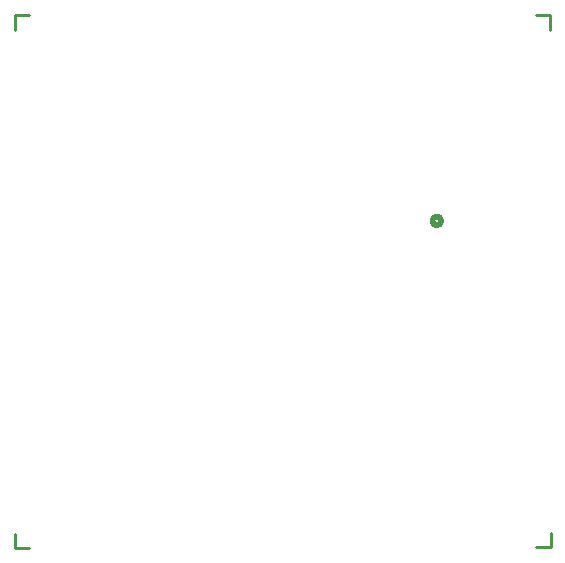
<source format=gbo>
G04*
G04 #@! TF.GenerationSoftware,Altium Limited,Altium Designer,20.1.14 (287)*
G04*
G04 Layer_Color=32896*
%FSLAX44Y44*%
%MOMM*%
G71*
G04*
G04 #@! TF.SameCoordinates,D1A4AC06-9C69-4D29-80E8-20607C734ED5*
G04*
G04*
G04 #@! TF.FilePolarity,Positive*
G04*
G01*
G75*
%ADD14C,0.5080*%
%ADD17C,0.2540*%
D14*
X642366Y559366D02*
G03*
X642366Y559366I-3810J0D01*
G01*
D17*
X281396Y733405D02*
X293605D01*
X281396Y721249D02*
Y733405D01*
X281519Y282404D02*
Y294613D01*
Y282404D02*
X293675D01*
X734382Y721469D02*
Y733678D01*
X722226D02*
X734382D01*
X734916Y282906D02*
Y295061D01*
X722707Y282906D02*
X734916D01*
M02*

</source>
